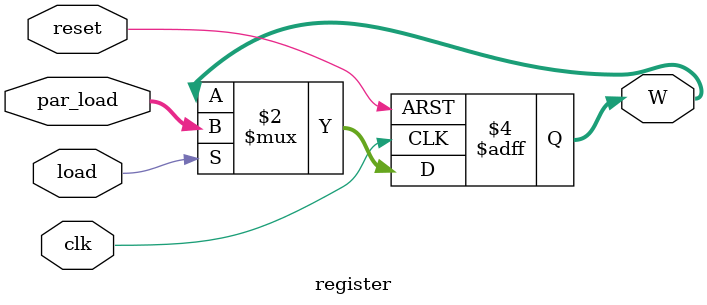
<source format=v>
module register #(parameter N=8)(
    input clk,load , reset,
    input [N-1:0] par_load,
    output reg [N-1:0] W
);

    always @(posedge clk or posedge reset) begin 
        if (reset) 
            W <= {N{1'b0}};
        else if (load) 
            W <= par_load;
    end
endmodule
</source>
